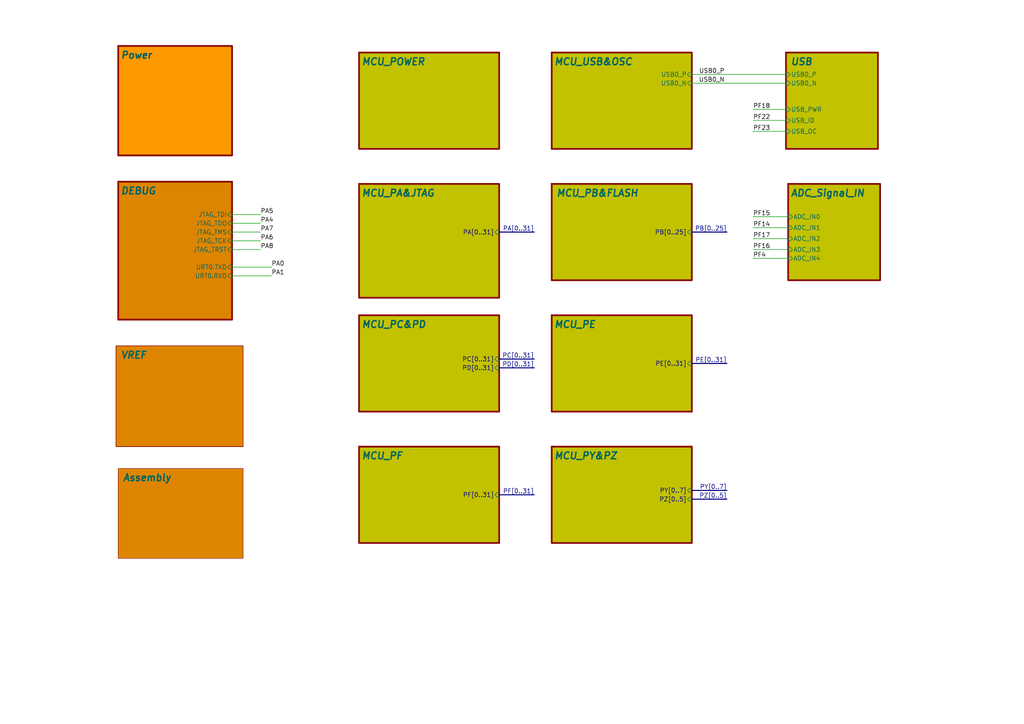
<source format=kicad_sch>
(kicad_sch (version 20230121) (generator eeschema)
  (paper "A4")
  (title_block (title "HPM6E00ADCEVKRevC") (date "2024-09-17") (rev "RevC") (comment 1 "MAINENTRY"))
  (lib_symbols)
  (wire (pts (xy 218.44 31.75) (xy 227.965 31.75)))
  (bus (pts (xy 144.78 143.51) (xy 154.94 143.51)))
  (wire (pts (xy 218.44 74.93) (xy 228.6 74.93)))
  (wire (pts (xy 218.44 72.39) (xy 228.6 72.39)))
  (wire (pts (xy 67.31 69.85) (xy 75.565 69.85)))
  (bus (pts (xy 200.66 144.78) (xy 210.82 144.78)))
  (wire (pts (xy 67.31 77.47) (xy 78.74 77.47)))
  (wire (pts (xy 218.44 62.865) (xy 228.6 62.865)))
  (bus (pts (xy 200.66 67.31) (xy 210.82 67.31)))
  (wire (pts (xy 200.66 21.59) (xy 227.965 21.59)))
  (wire (pts (xy 67.31 72.39) (xy 75.565 72.39)))
  (wire (pts (xy 218.44 38.1) (xy 227.965 38.1)))
  (wire (pts (xy 67.31 64.77) (xy 75.565 64.77)))
  (bus (pts (xy 144.78 67.31) (xy 154.94 67.31)))
  (wire (pts (xy 200.66 24.13) (xy 227.965 24.13)))
  (wire (pts (xy 67.31 67.31) (xy 75.565 67.31)))
  (wire (pts (xy 218.44 69.215) (xy 228.6 69.215)))
  (wire (pts (xy 67.31 80.01) (xy 78.74 80.01)))
  (wire (pts (xy 218.44 34.925) (xy 227.965 34.925)))
  (wire (pts (xy 218.44 66.04) (xy 228.6 66.04)))
  (wire (pts (xy 67.31 62.23) (xy 75.565 62.23)))
  (bus (pts (xy 200.66 142.24) (xy 210.82 142.24)))
  (bus (pts (xy 144.78 106.68) (xy 154.94 106.68)))
  (bus (pts (xy 144.78 104.14) (xy 154.94 104.14)))
  (bus (pts (xy 200.66 105.41) (xy 210.82 105.41)))
  (label "PF15" (at 218.44 62.865 0))
  (label "PE[0..31]" (at 210.82 105.41 180))
  (label "PZ[0..5]" (at 210.82 144.78 180))
  (label "PF16" (at 218.44 72.39 0))
  (label "PA7" (at 75.565 67.31 0))
  (label "PC[0..31]" (at 154.94 104.14 180))
  (label "PA6" (at 75.565 69.85 0))
  (label "PF14" (at 218.44 66.04 0))
  (label "PA1" (at 78.74 80.01 0))
  (label "PB[0..25]" (at 210.82 67.31 180))
  (label "PF22" (at 218.44 34.925 0))
  (label "PA[0..31]" (at 154.94 67.31 180))
  (label "PA8" (at 75.565 72.39 0))
  (label "PF[0..31]" (at 154.94 143.51 180))
  (label "PF17" (at 218.44 69.215 0))
  (label "USB0_N" (at 210.185 24.13 180))
  (label "PF4" (at 218.44 74.93 0))
  (label "PY[0..7]" (at 210.82 142.24 180))
  (label "PA4" (at 75.565 64.77 0))
  (label "PA5" (at 75.565 62.23 0))
  (label "PF18" (at 218.44 31.75 0))
  (label "PF23" (at 218.44 38.1 0))
  (label "USB0_P" (at 210.185 21.59 180))
  (label "PD[0..31]" (at 154.94 106.68 180))
  (label "PA0" (at 78.74 77.47 0))
  (sheet (at 34.29 135.89) (size 36.195 26.035) (stroke (width 0.1524)) (fill (color 221 133 0 1.0000))
    (property "Sheetname" "Assembly" (at 35.56 139.7 0) (effects (font (size 2 2) bold italic) (justify left bottom)))
    (property "Sheetfile" "Assembly.kicad_sch" (effects hide))
  )
  (sheet (at 227.965 15.24) (size 26.67 27.94) (stroke (width 0.5)) (fill (color 194 194 0 1.0000))
    (property "Sheetname" "USB" (at 229.235 19.05 0) (effects (font (size 2 2) bold italic) (justify left bottom)))
    (property "Sheetfile" "USB.kicad_sch" (effects hide))
    (pin "USB_OC" input (at 227.965 38.1 180))
    (pin "USB0_P" input (at 227.965 21.59 180))
    (pin "USB0_N" input (at 227.965 24.13 180))
    (pin "USB_ID" input (at 227.965 34.925 180))
    (pin "USB_PWR" input (at 227.965 31.75 180))
  )
  (sheet (at 34.29 13.335) (size 33.02 31.75) (stroke (width 0.5)) (fill (color 255 153 0 1.0000))
    (property "Sheetname" "Power" (at 34.925 17.145 0) (effects (font (size 2 2) bold italic) (justify left bottom)))
    (property "Sheetfile" "Power.kicad_sch" (effects hide))
  )
  (sheet (at 104.14 15.24) (size 40.64 27.94) (stroke (width 0.5)) (fill (color 194 194 0 1.0000))
    (property "Sheetname" "MCU_POWER" (at 104.775 19.05 0) (effects (font (size 2 2) bold italic) (justify left bottom)))
    (property "Sheetfile" "MCU_POWER.kicad_sch" (effects hide))
  )
  (sheet (at 160.02 129.54) (size 40.64 27.94) (stroke (width 0.5)) (fill (color 194 194 0 1.0000))
    (property "Sheetname" "MCU_PY&PZ" (at 160.655 133.35 0) (effects (font (size 2 2) bold italic) (justify left bottom)))
    (property "Sheetfile" "MCU_PY&PZ.kicad_sch" (effects hide))
    (pin "PZ[0..5]" input (at 200.66 144.78 0))
    (pin "PY[0..7]" input (at 200.66 142.24 0))
  )
  (sheet (at 104.14 53.34) (size 40.64 33.02) (stroke (width 0.5)) (fill (color 194 194 0 1.0000))
    (property "Sheetname" "MCU_PA&JTAG" (at 104.775 57.15 0) (effects (font (size 2 2) bold italic) (justify left bottom)))
    (property "Sheetfile" "MCU_PA&JTAG.kicad_sch" (effects hide))
    (pin "PA[0..31]" input (at 144.78 67.31 0))
  )
  (sheet (at 160.02 91.44) (size 40.64 27.94) (stroke (width 0.5)) (fill (color 194 194 0 1.0000))
    (property "Sheetname" "MCU_PE" (at 160.655 95.25 0) (effects (font (size 2 2) bold italic) (justify left bottom)))
    (property "Sheetfile" "MCU_PE.kicad_sch" (effects hide))
    (pin "PE[0..31]" input (at 200.66 105.41 0))
  )
  (sheet (at 33.655 100.33) (size 36.83 29.21) (stroke (width 0.2)) (fill (color 221 133 0 1.0000))
    (property "Sheetname" "VREF" (at 34.925 104.14 0) (effects (font (size 2 2) bold italic) (justify left bottom)))
    (property "Sheetfile" "VREF.kicad_sch" (effects hide))
  )
  (sheet (at 34.29 52.705) (size 33.02 40.005) (stroke (width 0.5)) (fill (color 221 133 0 1.0000))
    (property "Sheetname" "DEBUG" (at 34.925 56.515 0) (effects (font (size 2 2) bold italic) (justify left bottom)))
    (property "Sheetfile" "DEBUG.kicad_sch" (effects hide))
    (pin "JTAG_TRST" input (at 67.31 72.39 0))
    (pin "JTAG_TCK" input (at 67.31 69.85 0))
    (pin "JTAG_TMS" input (at 67.31 67.31 0))
    (pin "JTAG_TDO" input (at 67.31 64.77 0))
    (pin "JTAG_TDI" input (at 67.31 62.23 0))
    (pin "URT0.TXD" input (at 67.31 77.47 0))
    (pin "URT0.RXD" input (at 67.31 80.01 0))
  )
  (sheet (at 104.14 129.54) (size 40.64 27.94) (stroke (width 0.5)) (fill (color 194 194 0 1.0000))
    (property "Sheetname" "MCU_PF" (at 104.775 133.35 0) (effects (font (size 2 2) bold italic) (justify left bottom)))
    (property "Sheetfile" "MCU_PF.kicad_sch" (effects hide))
    (pin "PF[0..31]" input (at 144.78 143.51 0))
  )
  (sheet (at 160.02 15.24) (size 40.64 27.94) (stroke (width 0.5)) (fill (color 194 194 0 1.0000))
    (property "Sheetname" "MCU_USB&OSC" (at 160.655 19.05 0) (effects (font (size 2 2) bold italic) (justify left bottom)))
    (property "Sheetfile" "MCU_USB&OSC.kicad_sch" (effects hide))
    (pin "USB0_P" input (at 200.66 21.59 0))
    (pin "USB0_N" input (at 200.66 24.13 0))
  )
  (sheet (at 104.14 91.44) (size 40.64 27.94) (stroke (width 0.5)) (fill (color 194 194 0 1.0000))
    (property "Sheetname" "MCU_PC&PD" (at 104.775 95.25 0) (effects (font (size 2 2) bold italic) (justify left bottom)))
    (property "Sheetfile" "MCU_PC&PD.kicad_sch" (effects hide))
    (pin "PC[0..31]" input (at 144.78 104.14 0))
    (pin "PD[0..31]" input (at 144.78 106.68 0))
  )
  (sheet (at 228.6 53.34) (size 26.67 27.94) (stroke (width 0.5)) (fill (color 194 194 0 1.0000))
    (property "Sheetname" "ADC_Signal_IN" (at 229.235 57.15 0) (effects (font (size 2 2) bold italic) (justify left bottom)))
    (property "Sheetfile" "ADC_Signal.kicad_sch" (effects hide))
    (pin "ADC_IN0" input (at 228.6 62.865 180))
    (pin "ADC_IN1" input (at 228.6 66.04 180))
    (pin "ADC_IN2" input (at 228.6 69.215 180))
    (pin "ADC_IN3" input (at 228.6 72.39 180))
    (pin "ADC_IN4" input (at 228.6 74.93 180))
  )
  (sheet (at 160.02 53.34) (size 40.64 27.94) (stroke (width 0.5)) (fill (color 194 194 0 1.0000))
    (property "Sheetname" "MCU_PB&FLASH" (at 161.29 57.15 0) (effects (font (size 2 2) bold italic) (justify left bottom)))
    (property "Sheetfile" "MCU_PB&FLASH.kicad_sch" (effects hide))
    (pin "PB[0..25]" input (at 200.66 67.31 0))
  )
)
</source>
